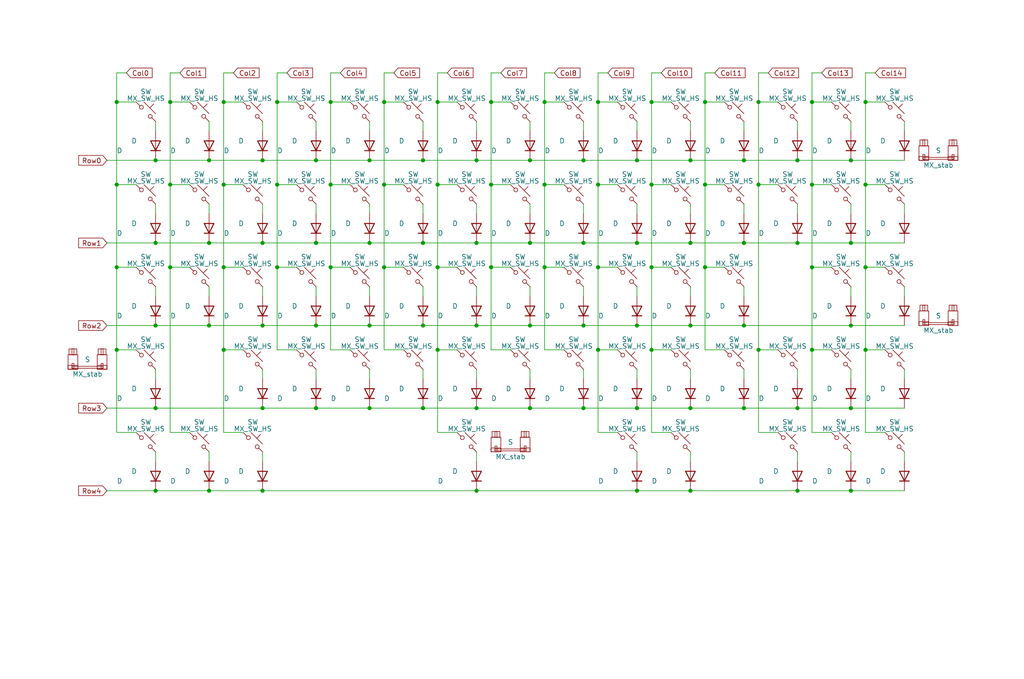
<source format=kicad_sch>
(kicad_sch (version 20220404) (generator eeschema)
  (paper "User" 267.487 177.495)
  (title_block (title "Nyx (Switches)") (date "2023-06-05") (rev "1") (comment 1 "Copyright © 2023 HorrorTroll") (comment 2 "GPL2 License"))
  (junction (at 44.45 26.67))
  (junction (at 110.49 63.5))
  (junction (at 156.21 91.44))
  (junction (at 142.24 26.67))
  (junction (at 44.45 69.85))
  (junction (at 114.3 91.44))
  (junction (at 138.43 63.5))
  (junction (at 184.15 26.67))
  (junction (at 170.18 48.26))
  (junction (at 124.46 85.09))
  (junction (at 166.37 63.5))
  (junction (at 30.48 26.67))
  (junction (at 138.43 41.91))
  (junction (at 180.34 85.09))
  (junction (at 68.58 128.27))
  (junction (at 198.12 48.26))
  (junction (at 156.21 48.26))
  (junction (at 212.09 91.44))
  (junction (at 100.33 69.85))
  (junction (at 226.06 69.85))
  (junction (at 142.24 69.85))
  (junction (at 68.58 41.91))
  (junction (at 96.52 41.91))
  (junction (at 100.33 48.26))
  (junction (at 40.64 63.5))
  (junction (at 142.24 48.26))
  (junction (at 58.42 26.67))
  (junction (at 194.31 106.68))
  (junction (at 68.58 106.68))
  (junction (at 128.27 48.26))
  (junction (at 58.42 91.44))
  (junction (at 152.4 106.68))
  (junction (at 82.55 41.91))
  (junction (at 44.45 48.26))
  (junction (at 124.46 106.68))
  (junction (at 58.42 48.26))
  (junction (at 82.55 85.09))
  (junction (at 40.64 106.68))
  (junction (at 226.06 91.44))
  (junction (at 180.34 128.27))
  (junction (at 138.43 85.09))
  (junction (at 166.37 85.09))
  (junction (at 54.61 85.09))
  (junction (at 222.25 63.5))
  (junction (at 100.33 26.67))
  (junction (at 124.46 41.91))
  (junction (at 110.49 85.09))
  (junction (at 96.52 85.09))
  (junction (at 114.3 26.67))
  (junction (at 72.39 48.26))
  (junction (at 194.31 63.5))
  (junction (at 208.28 106.68))
  (junction (at 170.18 69.85))
  (junction (at 114.3 69.85))
  (junction (at 156.21 26.67))
  (junction (at 54.61 63.5))
  (junction (at 86.36 26.67))
  (junction (at 194.31 85.09))
  (junction (at 170.18 91.44))
  (junction (at 54.61 128.27))
  (junction (at 166.37 106.68))
  (junction (at 226.06 26.67))
  (junction (at 128.27 69.85))
  (junction (at 152.4 85.09))
  (junction (at 82.55 106.68))
  (junction (at 194.31 41.91))
  (junction (at 30.48 69.85))
  (junction (at 54.61 41.91))
  (junction (at 198.12 91.44))
  (junction (at 208.28 63.5))
  (junction (at 170.18 26.67))
  (junction (at 152.4 41.91))
  (junction (at 226.06 48.26))
  (junction (at 180.34 106.68))
  (junction (at 30.48 91.44))
  (junction (at 222.25 128.27))
  (junction (at 156.21 69.85))
  (junction (at 40.64 128.27))
  (junction (at 124.46 63.5))
  (junction (at 208.28 41.91))
  (junction (at 222.25 106.68))
  (junction (at 86.36 69.85))
  (junction (at 180.34 63.5))
  (junction (at 166.37 41.91))
  (junction (at 124.46 128.27))
  (junction (at 82.55 63.5))
  (junction (at 184.15 69.85))
  (junction (at 222.25 41.91))
  (junction (at 30.48 48.26))
  (junction (at 212.09 48.26))
  (junction (at 208.28 128.27))
  (junction (at 184.15 48.26))
  (junction (at 68.58 85.09))
  (junction (at 96.52 63.5))
  (junction (at 96.52 106.68))
  (junction (at 58.42 69.85))
  (junction (at 180.34 41.91))
  (junction (at 114.3 48.26))
  (junction (at 40.64 85.09))
  (junction (at 72.39 69.85))
  (junction (at 198.12 26.67))
  (junction (at 110.49 41.91))
  (junction (at 166.37 128.27))
  (junction (at 212.09 26.67))
  (junction (at 212.09 69.85))
  (junction (at 110.49 106.68))
  (junction (at 86.36 48.26))
  (junction (at 152.4 63.5))
  (junction (at 222.25 85.09))
  (junction (at 72.39 26.67))
  (junction (at 138.43 106.68))
  (junction (at 68.58 63.5))
  (junction (at 128.27 26.67))
  (junction (at 40.64 41.91))
  (wire (pts (xy 194.31 63.5) (xy 208.28 63.5)))
  (wire (pts (xy 110.49 74.93) (xy 110.49 77.47)))
  (wire (pts (xy 222.25 118.11) (xy 222.25 120.65)))
  (wire (pts (xy 236.22 53.34) (xy 236.22 55.88)))
  (wire (pts (xy 124.46 118.11) (xy 124.46 120.65)))
  (wire (pts (xy 212.09 113.03) (xy 217.17 113.03)))
  (wire (pts (xy 170.18 48.26) (xy 175.26 48.26)))
  (wire (pts (xy 86.36 69.85) (xy 86.36 91.44)))
  (wire (pts (xy 82.55 106.68) (xy 96.52 106.68)))
  (wire (pts (xy 166.37 31.75) (xy 166.37 34.29)))
  (wire (pts (xy 72.39 26.67) (xy 72.39 48.26)))
  (wire (pts (xy 142.24 26.67) (xy 147.32 26.67)))
  (wire (pts (xy 114.3 91.44) (xy 114.3 113.03)))
  (wire (pts (xy 184.15 69.85) (xy 184.15 48.26)))
  (wire (pts (xy 226.06 91.44) (xy 226.06 113.03)))
  (wire (pts (xy 128.27 69.85) (xy 133.35 69.85)))
  (wire (pts (xy 72.39 19.05) (xy 72.39 26.67)))
  (wire (pts (xy 86.36 91.44) (xy 91.44 91.44)))
  (wire (pts (xy 128.27 26.67) (xy 128.27 48.26)))
  (wire (pts (xy 128.27 91.44) (xy 133.35 91.44)))
  (wire (pts (xy 30.48 48.26) (xy 35.56 48.26)))
  (wire (pts (xy 114.3 19.05) (xy 116.84 19.05)))
  (wire (pts (xy 194.31 96.52) (xy 194.31 99.06)))
  (wire (pts (xy 54.61 41.91) (xy 68.58 41.91)))
  (wire (pts (xy 184.15 19.05) (xy 186.69 19.05)))
  (wire (pts (xy 128.27 69.85) (xy 128.27 48.26)))
  (wire (pts (xy 100.33 26.67) (xy 100.33 48.26)))
  (wire (pts (xy 54.61 63.5) (xy 68.58 63.5)))
  (wire (pts (xy 212.09 19.05) (xy 214.63 19.05)))
  (wire (pts (xy 156.21 48.26) (xy 161.29 48.26)))
  (wire (pts (xy 30.48 91.44) (xy 30.48 113.03)))
  (wire (pts (xy 198.12 26.67) (xy 203.2 26.67)))
  (wire (pts (xy 170.18 91.44) (xy 170.18 113.03)))
  (wire (pts (xy 236.22 74.93) (xy 236.22 77.47)))
  (wire (pts (xy 96.52 31.75) (xy 96.52 34.29)))
  (wire (pts (xy 82.55 63.5) (xy 96.52 63.5)))
  (wire (pts (xy 180.34 41.91) (xy 194.31 41.91)))
  (wire (pts (xy 110.49 96.52) (xy 110.49 99.06)))
  (wire (pts (xy 100.33 19.05) (xy 100.33 26.67)))
  (wire (pts (xy 208.28 63.5) (xy 222.25 63.5)))
  (wire (pts (xy 86.36 26.67) (xy 91.44 26.67)))
  (wire (pts (xy 138.43 31.75) (xy 138.43 34.29)))
  (wire (pts (xy 198.12 26.67) (xy 198.12 19.05)))
  (wire (pts (xy 58.42 26.67) (xy 63.5 26.67)))
  (wire (pts (xy 114.3 48.26) (xy 119.38 48.26)))
  (wire (pts (xy 86.36 69.85) (xy 91.44 69.85)))
  (wire (pts (xy 44.45 26.67) (xy 49.53 26.67)))
  (wire (pts (xy 180.34 63.5) (xy 194.31 63.5)))
  (wire (pts (xy 72.39 48.26) (xy 77.47 48.26)))
  (wire (pts (xy 119.38 91.44) (xy 114.3 91.44)))
  (wire (pts (xy 226.06 91.44) (xy 231.14 91.44)))
  (wire (pts (xy 226.06 26.67) (xy 226.06 19.05)))
  (wire (pts (xy 222.25 96.52) (xy 222.25 99.06)))
  (wire (pts (xy 58.42 113.03) (xy 63.5 113.03)))
  (wire (pts (xy 194.31 53.34) (xy 194.31 55.88)))
  (wire (pts (xy 114.3 26.67) (xy 114.3 19.05)))
  (wire (pts (xy 194.31 85.09) (xy 222.25 85.09)))
  (wire (pts (xy 96.52 63.5) (xy 110.49 63.5)))
  (wire (pts (xy 170.18 69.85) (xy 170.18 91.44)))
  (wire (pts (xy 72.39 26.67) (xy 77.47 26.67)))
  (wire (pts (xy 166.37 63.5) (xy 180.34 63.5)))
  (wire (pts (xy 58.42 69.85) (xy 58.42 91.44)))
  (wire (pts (xy 72.39 69.85) (xy 72.39 91.44)))
  (wire (pts (xy 110.49 53.34) (xy 110.49 55.88)))
  (wire (pts (xy 212.09 69.85) (xy 212.09 48.26)))
  (wire (pts (xy 222.25 41.91) (xy 236.22 41.91)))
  (wire (pts (xy 156.21 26.67) (xy 156.21 48.26)))
  (wire (pts (xy 198.12 26.67) (xy 198.12 48.26)))
  (wire (pts (xy 96.52 53.34) (xy 96.52 55.88)))
  (wire (pts (xy 119.38 69.85) (xy 114.3 69.85)))
  (wire (pts (xy 68.58 74.93) (xy 68.58 77.47)))
  (wire (pts (xy 138.43 53.34) (xy 138.43 55.88)))
  (wire (pts (xy 58.42 69.85) (xy 63.5 69.85)))
  (wire (pts (xy 114.3 91.44) (xy 114.3 69.85)))
  (wire (pts (xy 170.18 26.67) (xy 175.26 26.67)))
  (wire (pts (xy 156.21 91.44) (xy 161.29 91.44)))
  (wire (pts (xy 110.49 106.68) (xy 124.46 106.68)))
  (wire (pts (xy 170.18 26.67) (xy 170.18 19.05)))
  (wire (pts (xy 184.15 91.44) (xy 189.23 91.44)))
  (wire (pts (xy 100.33 91.44) (xy 105.41 91.44)))
  (wire (pts (xy 184.15 69.85) (xy 184.15 91.44)))
  (wire (pts (xy 96.52 96.52) (xy 96.52 99.06)))
  (wire (pts (xy 96.52 106.68) (xy 110.49 106.68)))
  (wire (pts (xy 124.46 31.75) (xy 124.46 34.29)))
  (wire (pts (xy 156.21 69.85) (xy 161.29 69.85)))
  (wire (pts (xy 156.21 26.67) (xy 156.21 19.05)))
  (wire (pts (xy 156.21 69.85) (xy 156.21 91.44)))
  (wire (pts (xy 142.24 19.05) (xy 144.78 19.05)))
  (wire (pts (xy 30.48 113.03) (xy 35.56 113.03)))
  (wire (pts (xy 138.43 63.5) (xy 152.4 63.5)))
  (wire (pts (xy 86.36 26.67) (xy 86.36 48.26)))
  (wire (pts (xy 82.55 41.91) (xy 96.52 41.91)))
  (wire (pts (xy 222.25 74.93) (xy 222.25 77.47)))
  (wire (pts (xy 110.49 31.75) (xy 110.49 34.29)))
  (wire (pts (xy 100.33 48.26) (xy 100.33 69.85)))
  (wire (pts (xy 124.46 85.09) (xy 138.43 85.09)))
  (wire (pts (xy 68.58 63.5) (xy 82.55 63.5)))
  (wire (pts (xy 44.45 48.26) (xy 44.45 69.85)))
  (wire (pts (xy 236.22 118.11) (xy 236.22 120.65)))
  (wire (pts (xy 86.36 48.26) (xy 86.36 69.85)))
  (wire (pts (xy 40.64 96.52) (xy 40.64 99.06)))
  (wire (pts (xy 152.4 53.34) (xy 152.4 55.88)))
  (wire (pts (xy 124.46 41.91) (xy 138.43 41.91)))
  (wire (pts (xy 82.55 85.09) (xy 96.52 85.09)))
  (wire (pts (xy 180.34 106.68) (xy 194.31 106.68)))
  (wire (pts (xy 44.45 69.85) (xy 49.53 69.85)))
  (wire (pts (xy 180.34 128.27) (xy 208.28 128.27)))
  (wire (pts (xy 170.18 69.85) (xy 175.26 69.85)))
  (wire (pts (xy 72.39 48.26) (xy 72.39 69.85)))
  (wire (pts (xy 142.24 26.67) (xy 142.24 48.26)))
  (wire (pts (xy 222.25 63.5) (xy 236.22 63.5)))
  (wire (pts (xy 180.34 85.09) (xy 194.31 85.09)))
  (wire (pts (xy 152.4 106.68) (xy 166.37 106.68)))
  (wire (pts (xy 68.58 53.34) (xy 68.58 55.88)))
  (wire (pts (xy 212.09 69.85) (xy 217.17 69.85)))
  (wire (pts (xy 30.48 26.67) (xy 35.56 26.67)))
  (wire (pts (xy 212.09 26.67) (xy 212.09 48.26)))
  (wire (pts (xy 74.93 19.05) (xy 72.39 19.05)))
  (wire (pts (xy 156.21 91.44) (xy 156.21 113.03)))
  (wire (pts (xy 212.09 69.85) (xy 212.09 91.44)))
  (wire (pts (xy 166.37 85.09) (xy 180.34 85.09)))
  (wire (pts (xy 142.24 69.85) (xy 142.24 48.26)))
  (wire (pts (xy 226.06 48.26) (xy 231.14 48.26)))
  (wire (pts (xy 114.3 26.67) (xy 119.38 26.67)))
  (wire (pts (xy 124.46 128.27) (xy 166.37 128.27)))
  (wire (pts (xy 156.21 69.85) (xy 156.21 48.26)))
  (wire (pts (xy 170.18 91.44) (xy 175.26 91.44)))
  (wire (pts (xy 124.46 96.52) (xy 124.46 99.06)))
  (wire (pts (xy 40.64 120.65) (xy 40.64 118.11)))
  (wire (pts (xy 198.12 113.03) (xy 198.12 91.44)))
  (wire (pts (xy 170.18 69.85) (xy 170.18 48.26)))
  (wire (pts (xy 236.22 96.52) (xy 236.22 99.06)))
  (wire (pts (xy 222.25 85.09) (xy 236.22 85.09)))
  (wire (pts (xy 166.37 53.34) (xy 166.37 55.88)))
  (wire (pts (xy 44.45 26.67) (xy 44.45 48.26)))
  (wire (pts (xy 68.58 96.52) (xy 68.58 99.06)))
  (wire (pts (xy 27.94 128.27) (xy 40.64 128.27)))
  (wire (pts (xy 44.45 19.05) (xy 44.45 26.67)))
  (wire (pts (xy 30.48 26.67) (xy 30.48 48.26)))
  (wire (pts (xy 88.9 19.05) (xy 86.36 19.05)))
  (wire (pts (xy 44.45 113.03) (xy 49.53 113.03)))
  (wire (pts (xy 152.4 85.09) (xy 166.37 85.09)))
  (wire (pts (xy 166.37 118.11) (xy 166.37 120.65)))
  (wire (pts (xy 72.39 69.85) (xy 77.47 69.85)))
  (wire (pts (xy 27.94 41.91) (xy 40.64 41.91)))
  (wire (pts (xy 124.46 74.93) (xy 124.46 77.47)))
  (wire (pts (xy 54.61 128.27) (xy 68.58 128.27)))
  (wire (pts (xy 180.34 74.93) (xy 180.34 77.47)))
  (wire (pts (xy 68.58 106.68) (xy 82.55 106.68)))
  (wire (pts (xy 114.3 26.67) (xy 114.3 48.26)))
  (wire (pts (xy 124.46 53.34) (xy 124.46 55.88)))
  (wire (pts (xy 30.48 69.85) (xy 35.56 69.85)))
  (wire (pts (xy 124.46 63.5) (xy 138.43 63.5)))
  (wire (pts (xy 212.09 26.67) (xy 217.17 26.67)))
  (wire (pts (xy 226.06 113.03) (xy 231.14 113.03)))
  (wire (pts (xy 128.27 19.05) (xy 130.81 19.05)))
  (wire (pts (xy 156.21 26.67) (xy 161.29 26.67)))
  (wire (pts (xy 203.2 91.44) (xy 198.12 91.44)))
  (wire (pts (xy 40.64 31.75) (xy 40.64 34.29)))
  (wire (pts (xy 180.34 96.52) (xy 180.34 99.06)))
  (wire (pts (xy 54.61 118.11) (xy 54.61 120.65)))
  (wire (pts (xy 58.42 91.44) (xy 63.5 91.44)))
  (wire (pts (xy 54.61 53.34) (xy 54.61 55.88)))
  (wire (pts (xy 226.06 69.85) (xy 226.06 48.26)))
  (wire (pts (xy 40.64 85.09) (xy 54.61 85.09)))
  (wire (pts (xy 60.96 19.05) (xy 58.42 19.05)))
  (wire (pts (xy 40.64 41.91) (xy 54.61 41.91)))
  (wire (pts (xy 30.48 19.05) (xy 30.48 26.67)))
  (wire (pts (xy 58.42 48.26) (xy 58.42 69.85)))
  (wire (pts (xy 54.61 74.93) (xy 54.61 77.47)))
  (wire (pts (xy 184.15 69.85) (xy 189.23 69.85)))
  (wire (pts (xy 110.49 85.09) (xy 124.46 85.09)))
  (wire (pts (xy 72.39 91.44) (xy 77.47 91.44)))
  (wire (pts (xy 156.21 113.03) (xy 161.29 113.03)))
  (wire (pts (xy 27.94 106.68) (xy 40.64 106.68)))
  (wire (pts (xy 208.28 118.11) (xy 208.28 120.65)))
  (wire (pts (xy 58.42 91.44) (xy 58.42 113.03)))
  (wire (pts (xy 58.42 26.67) (xy 58.42 48.26)))
  (wire (pts (xy 194.31 31.75) (xy 194.31 34.29)))
  (wire (pts (xy 58.42 19.05) (xy 58.42 26.67)))
  (wire (pts (xy 54.61 31.75) (xy 54.61 34.29)))
  (wire (pts (xy 33.02 19.05) (xy 30.48 19.05)))
  (wire (pts (xy 110.49 63.5) (xy 124.46 63.5)))
  (wire (pts (xy 138.43 106.68) (xy 152.4 106.68)))
  (wire (pts (xy 222.25 128.27) (xy 236.22 128.27)))
  (wire (pts (xy 142.24 26.67) (xy 142.24 19.05)))
  (wire (pts (xy 208.28 41.91) (xy 222.25 41.91)))
  (wire (pts (xy 180.34 31.75) (xy 180.34 34.29)))
  (wire (pts (xy 128.27 26.67) (xy 128.27 19.05)))
  (wire (pts (xy 40.64 53.34) (xy 40.64 55.88)))
  (wire (pts (xy 166.37 106.68) (xy 180.34 106.68)))
  (wire (pts (xy 54.61 85.09) (xy 68.58 85.09)))
  (wire (pts (xy 184.15 26.67) (xy 184.15 48.26)))
  (wire (pts (xy 82.55 74.93) (xy 82.55 77.47)))
  (wire (pts (xy 156.21 19.05) (xy 158.75 19.05)))
  (wire (pts (xy 194.31 74.93) (xy 194.31 77.47)))
  (wire (pts (xy 152.4 31.75) (xy 152.4 34.29)))
  (wire (pts (xy 198.12 48.26) (xy 203.2 48.26)))
  (wire (pts (xy 142.24 69.85) (xy 147.32 69.85)))
  (wire (pts (xy 170.18 19.05) (xy 172.72 19.05)))
  (wire (pts (xy 68.58 31.75) (xy 68.58 34.29)))
  (wire (pts (xy 68.58 118.11) (xy 68.58 120.65)))
  (wire (pts (xy 110.49 41.91) (xy 124.46 41.91)))
  (wire (pts (xy 170.18 26.67) (xy 170.18 48.26)))
  (wire (pts (xy 142.24 91.44) (xy 147.32 91.44)))
  (wire (pts (xy 68.58 41.91) (xy 82.55 41.91)))
  (wire (pts (xy 184.15 48.26) (xy 189.23 48.26)))
  (wire (pts (xy 166.37 41.91) (xy 180.34 41.91)))
  (wire (pts (xy 27.94 85.09) (xy 40.64 85.09)))
  (wire (pts (xy 152.4 96.52) (xy 152.4 99.06)))
  (wire (pts (xy 152.4 41.91) (xy 166.37 41.91)))
  (wire (pts (xy 100.33 48.26) (xy 105.41 48.26)))
  (wire (pts (xy 226.06 69.85) (xy 226.06 91.44)))
  (wire (pts (xy 46.99 19.05) (xy 44.45 19.05)))
  (wire (pts (xy 128.27 48.26) (xy 133.35 48.26)))
  (wire (pts (xy 128.27 69.85) (xy 128.27 91.44)))
  (wire (pts (xy 96.52 41.91) (xy 110.49 41.91)))
  (wire (pts (xy 138.43 41.91) (xy 152.4 41.91)))
  (wire (pts (xy 40.64 106.68) (xy 68.58 106.68)))
  (wire (pts (xy 100.33 69.85) (xy 100.33 91.44)))
  (wire (pts (xy 152.4 63.5) (xy 166.37 63.5)))
  (wire (pts (xy 82.55 53.34) (xy 82.55 55.88)))
  (wire (pts (xy 203.2 113.03) (xy 198.12 113.03)))
  (wire (pts (xy 128.27 26.67) (xy 133.35 26.67)))
  (wire (pts (xy 212.09 26.67) (xy 212.09 19.05)))
  (wire (pts (xy 226.06 69.85) (xy 231.14 69.85)))
  (wire (pts (xy 170.18 113.03) (xy 175.26 113.03)))
  (wire (pts (xy 194.31 106.68) (xy 208.28 106.68)))
  (wire (pts (xy 114.3 69.85) (xy 114.3 48.26)))
  (wire (pts (xy 44.45 48.26) (xy 49.53 48.26)))
  (wire (pts (xy 184.15 26.67) (xy 189.23 26.67)))
  (wire (pts (xy 166.37 96.52) (xy 166.37 99.06)))
  (wire (pts (xy 208.28 96.52) (xy 208.28 99.06)))
  (wire (pts (xy 166.37 128.27) (xy 180.34 128.27)))
  (wire (pts (xy 198.12 91.44) (xy 198.12 48.26)))
  (wire (pts (xy 180.34 53.34) (xy 180.34 55.88)))
  (wire (pts (xy 222.25 31.75) (xy 222.25 34.29)))
  (wire (pts (xy 138.43 85.09) (xy 152.4 85.09)))
  (wire (pts (xy 212.09 48.26) (xy 217.17 48.26)))
  (wire (pts (xy 30.48 48.26) (xy 30.48 69.85)))
  (wire (pts (xy 27.94 63.5) (xy 40.64 63.5)))
  (wire (pts (xy 30.48 69.85) (xy 30.48 91.44)))
  (wire (pts (xy 226.06 19.05) (xy 228.6 19.05)))
  (wire (pts (xy 138.43 74.93) (xy 138.43 77.47)))
  (wire (pts (xy 226.06 26.67) (xy 226.06 48.26)))
  (wire (pts (xy 212.09 91.44) (xy 217.17 91.44)))
  (wire (pts (xy 100.33 69.85) (xy 105.41 69.85)))
  (wire (pts (xy 138.43 96.52) (xy 138.43 99.06)))
  (wire (pts (xy 184.15 26.67) (xy 184.15 19.05)))
  (wire (pts (xy 68.58 128.27) (xy 124.46 128.27)))
  (wire (pts (xy 96.52 85.09) (xy 110.49 85.09)))
  (wire (pts (xy 40.64 128.27) (xy 54.61 128.27)))
  (wire (pts (xy 166.37 74.93) (xy 166.37 77.47)))
  (wire (pts (xy 208.28 53.34) (xy 208.28 55.88)))
  (wire (pts (xy 142.24 69.85) (xy 142.24 91.44)))
  (wire (pts (xy 226.06 26.67) (xy 231.14 26.67)))
  (wire (pts (xy 58.42 48.26) (xy 63.5 48.26)))
  (wire (pts (xy 40.64 74.93) (xy 40.64 77.47)))
  (wire (pts (xy 68.58 85.09) (xy 82.55 85.09)))
  (wire (pts (xy 114.3 113.03) (xy 119.38 113.03)))
  (wire (pts (xy 102.87 19.05) (xy 100.33 19.05)))
  (wire (pts (xy 222.25 106.68) (xy 236.22 106.68)))
  (wire (pts (xy 100.33 26.67) (xy 105.41 26.67)))
  (wire (pts (xy 198.12 19.05) (xy 200.66 19.05)))
  (wire (pts (xy 86.36 48.26) (xy 91.44 48.26)))
  (wire (pts (xy 124.46 106.68) (xy 138.43 106.68)))
  (wire (pts (xy 44.45 69.85) (xy 44.45 113.03)))
  (wire (pts (xy 82.55 31.75) (xy 82.55 34.29)))
  (wire (pts (xy 222.25 53.34) (xy 222.25 55.88)))
  (wire (pts (xy 152.4 74.93) (xy 152.4 77.47)))
  (wire (pts (xy 30.48 91.44) (xy 35.56 91.44)))
  (wire (pts (xy 82.55 96.52) (xy 82.55 99.06)))
  (wire (pts (xy 208.28 31.75) (xy 208.28 34.29)))
  (wire (pts (xy 208.28 106.68) (xy 222.25 106.68)))
  (wire (pts (xy 86.36 19.05) (xy 86.36 26.67)))
  (wire (pts (xy 208.28 128.27) (xy 222.25 128.27)))
  (wire (pts (xy 96.52 74.93) (xy 96.52 77.47)))
  (wire (pts (xy 212.09 91.44) (xy 212.09 113.03)))
  (wire (pts (xy 194.31 41.91) (xy 208.28 41.91)))
  (wire (pts (xy 180.34 118.11) (xy 180.34 120.65)))
  (wire (pts (xy 40.64 63.5) (xy 54.61 63.5)))
  (wire (pts (xy 142.24 48.26) (xy 147.32 48.26)))
  (wire (pts (xy 236.22 31.75) (xy 236.22 34.29)))
  (global_label "Row2" (shape input) (at 27.94 85.09 180) (property "Intersheetrefs" "${INTERSHEET_REFS}" (effects hide)))
  (global_label "Row0" (shape input) (at 27.94 41.91 180) (property "Intersheetrefs" "${INTERSHEET_REFS}" (effects hide)))
  (global_label "Row4" (shape input) (at 27.94 128.27 180) (property "Intersheetrefs" "${INTERSHEET_REFS}" (effects hide)))
  (global_label "Col11" (shape input) (at 186.69 19.05 0) (property "Intersheetrefs" "${INTERSHEET_REFS}" (effects hide)))
  (global_label "Col2" (shape input) (at 60.96 19.05 0) (property "Intersheetrefs" "${INTERSHEET_REFS}" (effects hide)))
  (global_label "Col4" (shape input) (at 88.9 19.05 0) (property "Intersheetrefs" "${INTERSHEET_REFS}" (effects hide)))
  (global_label "Col7" (shape input) (at 130.81 19.05 0) (property "Intersheetrefs" "${INTERSHEET_REFS}" (effects hide)))
  (global_label "Col0" (shape input) (at 33.02 19.05 0) (property "Intersheetrefs" "${INTERSHEET_REFS}" (effects hide)))
  (global_label "Col13" (shape input) (at 214.63 19.05 0) (property "Intersheetrefs" "${INTERSHEET_REFS}" (effects hide)))
  (global_label "Col1" (shape input) (at 46.99 19.05 0) (property "Intersheetrefs" "${INTERSHEET_REFS}" (effects hide)))
  (global_label "Col5" (shape input) (at 102.87 19.05 0) (property "Intersheetrefs" "${INTERSHEET_REFS}" (effects hide)))
  (global_label "Col10" (shape input) (at 172.72 19.05 0) (property "Intersheetrefs" "${INTERSHEET_REFS}" (effects hide)))
  (global_label "Col9" (shape input) (at 158.75 19.05 0) (property "Intersheetrefs" "${INTERSHEET_REFS}" (effects hide)))
  (global_label "Col3" (shape input) (at 74.93 19.05 0) (property "Intersheetrefs" "${INTERSHEET_REFS}" (effects hide)))
  (global_label "Col6" (shape input) (at 116.84 19.05 0) (property "Intersheetrefs" "${INTERSHEET_REFS}" (effects hide)))
  (global_label "Col14" (shape input) (at 228.6 19.05 0) (property "Intersheetrefs" "${INTERSHEET_REFS}" (effects hide)))
  (global_label "Col12" (shape input) (at 200.66 19.05 0) (property "Intersheetrefs" "${INTERSHEET_REFS}" (effects hide)))
  (global_label "Row3" (shape input) (at 27.94 106.68 180) (property "Intersheetrefs" "${INTERSHEET_REFS}" (effects hide)))
  (global_label "Col8" (shape input) (at 144.78 19.05 0) (property "Intersheetrefs" "${INTERSHEET_REFS}" (effects hide)))
  (global_label "Row1" (shape input) (at 27.94 63.5 180) (property "Intersheetrefs" "${INTERSHEET_REFS}" (effects hide)))
  (symbol (lib_id "horrortroll_lib:SW_MX_CHOC") (at 219.71 115.57 0) (unit 1)
    (default_instance (reference "SW") (unit 1) (value "MX_SW_HS") (footprint "marbastlib-mx:SW_MX_HS_1u"))
    (property "Reference" "SW" (at 219.71 110.3249 0))
    (property "Value" "MX_SW_HS" (at 219.71 112.0871 0))
    (property "Footprint" "marbastlib-mx:SW_MX_HS_1u" (effects hide))
  )
  (symbol (lib_id "Device:D") (at 152.4 38.1 90) (unit 1)
    (default_instance (reference "D") (unit 1) (value "D") (footprint ""))
    (property "Reference" "D" (at 146.05 36.83 90) (effects (justify right)))
    (property "Value" "D" (at 142.24 39.37 90) (effects (justify right)))
    (property "LCSC Part Number" "C81598" (effects hide))
  )
  (symbol (lib_id "horrortroll_lib:SW_MX_CHOC") (at 205.74 50.8 0) (unit 1)
    (default_instance (reference "SW") (unit 1) (value "MX_SW_HS") (footprint "marbastlib-mx:SW_MX_HS_1u"))
    (property "Reference" "SW" (at 205.74 45.5549 0))
    (property "Value" "MX_SW_HS" (at 205.74 47.3171 0))
    (property "Footprint" "marbastlib-mx:SW_MX_HS_1u" (effects hide))
  )
  (symbol (lib_id "horrortroll_lib:SW_MX_CHOC") (at 205.74 93.98 0) (unit 1)
    (default_instance (reference "SW") (unit 1) (value "MX_SW_HS") (footprint "marbastlib-mx:SW_MX_HS_1u"))
    (property "Reference" "SW" (at 205.74 88.7349 0))
    (property "Value" "MX_SW_HS" (at 205.74 90.4971 0))
    (property "Footprint" "marbastlib-mx:SW_MX_HS_1u" (effects hide))
  )
  (symbol (lib_id "horrortroll_lib:MX_stab") (at 245.11 82.55 0) (unit 1)
    (default_instance (reference "S") (unit 1) (value "MX_stab") (footprint ""))
    (property "Reference" "S" (at 245.11 82.55 0))
    (property "Value" "MX_stab" (at 245.11 86.36 0))
  )
  (symbol (lib_id "Device:D") (at 124.46 38.1 90) (unit 1)
    (default_instance (reference "D") (unit 1) (value "D") (footprint ""))
    (property "Reference" "D" (at 118.11 36.83 90) (effects (justify right)))
    (property "Value" "D" (at 114.3 39.37 90) (effects (justify right)))
    (property "LCSC Part Number" "C81598" (effects hide))
  )
  (symbol (lib_id "horrortroll_lib:SW_MX_CHOC") (at 149.86 72.39 0) (unit 1)
    (default_instance (reference "SW") (unit 1) (value "MX_SW_HS") (footprint "marbastlib-mx:SW_MX_HS_1u"))
    (property "Reference" "SW" (at 149.86 67.1449 0))
    (property "Value" "MX_SW_HS" (at 149.86 68.9071 0))
    (property "Footprint" "marbastlib-mx:SW_MX_HS_1u" (effects hide))
  )
  (symbol (lib_id "Device:D") (at 194.31 59.69 90) (unit 1)
    (default_instance (reference "D") (unit 1) (value "D") (footprint ""))
    (property "Reference" "D" (at 187.96 58.42 90) (effects (justify right)))
    (property "Value" "D" (at 184.15 60.96 90) (effects (justify right)))
    (property "LCSC Part Number" "C81598" (effects hide))
  )
  (symbol (lib_id "horrortroll_lib:SW_MX_CHOC") (at 38.1 72.39 0) (unit 1)
    (default_instance (reference "SW") (unit 1) (value "MX_SW_HS") (footprint "marbastlib-mx:SW_MX_HS_1u"))
    (property "Reference" "SW" (at 38.1 67.1449 0))
    (property "Value" "MX_SW_HS" (at 38.1 68.9071 0))
    (property "Footprint" "marbastlib-mx:SW_MX_HS_1u" (effects hide))
  )
  (symbol (lib_id "horrortroll_lib:SW_MX_CHOC") (at 38.1 29.21 0) (unit 1)
    (default_instance (reference "SW") (unit 1) (value "MX_SW_HS") (footprint "marbastlib-mx:SW_MX_HS_1u"))
    (property "Reference" "SW" (at 38.1 23.9649 0))
    (property "Value" "MX_SW_HS" (at 38.1 25.7271 0))
    (property "Footprint" "marbastlib-mx:SW_MX_HS_1u" (effects hide))
  )
  (symbol (lib_id "horrortroll_lib:SW_MX_CHOC") (at 177.8 115.57 0) (unit 1)
    (default_instance (reference "SW") (unit 1) (value "MX_SW_HS") (footprint "marbastlib-mx:SW_MX_HS_1u"))
    (property "Reference" "SW" (at 177.8 110.3249 0))
    (property "Value" "MX_SW_HS" (at 177.8 112.0871 0))
    (property "Footprint" "marbastlib-mx:SW_MX_HS_1u" (effects hide))
  )
  (symbol (lib_id "Device:D") (at 194.31 102.87 90) (unit 1)
    (default_instance (reference "D") (unit 1) (value "D") (footprint ""))
    (property "Reference" "D" (at 187.96 101.6 90) (effects (justify right)))
    (property "Value" "D" (at 184.15 104.14 90) (effects (justify right)))
    (property "LCSC Part Number" "C81598" (effects hide))
  )
  (symbol (lib_id "Device:D") (at 68.58 38.1 90) (unit 1)
    (default_instance (reference "D") (unit 1) (value "D") (footprint ""))
    (property "Reference" "D" (at 62.23 36.83 90) (effects (justify right)))
    (property "Value" "D" (at 58.42 39.37 90) (effects (justify right)))
    (property "LCSC Part Number" "C81598" (effects hide))
  )
  (symbol (lib_id "Device:D") (at 236.22 102.87 90) (unit 1)
    (default_instance (reference "D") (unit 1) (value "D") (footprint ""))
    (property "Reference" "D" (at 229.87 101.6 90) (effects (justify right)))
    (property "Value" "D" (at 226.06 104.14 90) (effects (justify right)))
    (property "LCSC Part Number" "C81598" (effects hide))
  )
  (symbol (lib_id "horrortroll_lib:SW_MX_CHOC") (at 135.89 29.21 0) (unit 1)
    (default_instance (reference "SW") (unit 1) (value "MX_SW_HS") (footprint "marbastlib-mx:SW_MX_HS_1u"))
    (property "Reference" "SW" (at 135.89 23.9649 0))
    (property "Value" "MX_SW_HS" (at 135.89 25.7271 0))
    (property "Footprint" "marbastlib-mx:SW_MX_HS_1u" (effects hide))
  )
  (symbol (lib_id "horrortroll_lib:SW_MX_CHOC") (at 163.83 72.39 0) (unit 1)
    (default_instance (reference "SW") (unit 1) (value "MX_SW_HS") (footprint "marbastlib-mx:SW_MX_HS_1u"))
    (property "Reference" "SW" (at 163.83 67.1449 0))
    (property "Value" "MX_SW_HS" (at 163.83 68.9071 0))
    (property "Footprint" "marbastlib-mx:SW_MX_HS_1u" (effects hide))
  )
  (symbol (lib_id "horrortroll_lib:SW_MX_CHOC") (at 191.77 93.98 0) (unit 1)
    (default_instance (reference "SW") (unit 1) (value "MX_SW_HS") (footprint "marbastlib-mx:SW_MX_HS_1u"))
    (property "Reference" "SW" (at 191.77 88.7349 0))
    (property "Value" "MX_SW_HS" (at 191.77 90.4971 0))
    (property "Footprint" "marbastlib-mx:SW_MX_HS_1u" (effects hide))
  )
  (symbol (lib_id "horrortroll_lib:SW_MX_CHOC") (at 121.92 50.8 0) (unit 1)
    (default_instance (reference "SW") (unit 1) (value "MX_SW_HS") (footprint "marbastlib-mx:SW_MX_HS_1u"))
    (property "Reference" "SW" (at 121.92 45.5549 0))
    (property "Value" "MX_SW_HS" (at 121.92 47.3171 0))
    (property "Footprint" "marbastlib-mx:SW_MX_HS_1u" (effects hide))
  )
  (symbol (lib_id "Device:D") (at 40.64 102.87 90) (unit 1)
    (default_instance (reference "D") (unit 1) (value "D") (footprint ""))
    (property "Reference" "D" (at 34.29 101.6 90) (effects (justify right)))
    (property "Value" "D" (at 30.48 104.14 90) (effects (justify right)))
    (property "LCSC Part Number" "C81598" (effects hide))
  )
  (symbol (lib_id "horrortroll_lib:SW_MX_CHOC") (at 163.83 50.8 0) (unit 1)
    (default_instance (reference "SW") (unit 1) (value "MX_SW_HS") (footprint "marbastlib-mx:SW_MX_HS_1u"))
    (property "Reference" "SW" (at 163.83 45.5549 0))
    (property "Value" "MX_SW_HS" (at 163.83 47.3171 0))
    (property "Footprint" "marbastlib-mx:SW_MX_HS_1u" (effects hide))
  )
  (symbol (lib_id "Device:D") (at 138.43 59.69 90) (unit 1)
    (default_instance (reference "D") (unit 1) (value "D") (footprint ""))
    (property "Reference" "D" (at 132.08 58.42 90) (effects (justify right)))
    (property "Value" "D" (at 128.27 60.96 90) (effects (justify right)))
    (property "LCSC Part Number" "C81598" (effects hide))
  )
  (symbol (lib_id "Device:D") (at 54.61 81.28 90) (unit 1)
    (default_instance (reference "D") (unit 1) (value "D") (footprint ""))
    (property "Reference" "D" (at 48.26 80.01 90) (effects (justify right)))
    (property "Value" "D" (at 44.45 82.55 90) (effects (justify right)))
    (property "LCSC Part Number" "C81598" (effects hide))
  )
  (symbol (lib_id "horrortroll_lib:SW_MX_CHOC") (at 233.68 93.98 0) (unit 1)
    (default_instance (reference "SW") (unit 1) (value "MX_SW_HS") (footprint "marbastlib-mx:SW_MX_HS_1u"))
    (property "Reference" "SW" (at 233.68 88.7349 0))
    (property "Value" "MX_SW_HS" (at 233.68 90.4971 0))
    (property "Footprint" "marbastlib-mx:SW_MX_HS_1u" (effects hide))
  )
  (symbol (lib_id "Device:D") (at 124.46 59.69 90) (unit 1)
    (default_instance (reference "D") (unit 1) (value "D") (footprint ""))
    (property "Reference" "D" (at 118.11 58.42 90) (effects (justify right)))
    (property "Value" "D" (at 114.3 60.96 90) (effects (justify right)))
    (property "LCSC Part Number" "C81598" (effects hide))
  )
  (symbol (lib_id "Device:D") (at 222.25 124.46 90) (unit 1)
    (default_instance (reference "D") (unit 1) (value "D") (footprint ""))
    (property "Reference" "D" (at 215.9 123.19 90) (effects (justify right)))
    (property "Value" "D" (at 212.09 125.73 90) (effects (justify right)))
    (property "LCSC Part Number" "C81598" (effects hide))
  )
  (symbol (lib_id "Device:D") (at 68.58 59.69 90) (unit 1)
    (default_instance (reference "D") (unit 1) (value "D") (footprint ""))
    (property "Reference" "D" (at 62.23 58.42 90) (effects (justify right)))
    (property "Value" "D" (at 58.42 60.96 90) (effects (justify right)))
    (property "LCSC Part Number" "C81598" (effects hide))
  )
  (symbol (lib_id "Device:D") (at 236.22 59.69 90) (unit 1)
    (default_instance (reference "D") (unit 1) (value "D") (footprint ""))
    (property "Reference" "D" (at 229.87 58.42 90) (effects (justify right)))
    (property "Value" "D" (at 226.06 60.96 90) (effects (justify right)))
    (property "LCSC Part Number" "C81598" (effects hide))
  )
  (symbol (lib_id "horrortroll_lib:SW_MX_CHOC") (at 233.68 50.8 0) (unit 1)
    (default_instance (reference "SW") (unit 1) (value "MX_SW_HS") (footprint "marbastlib-mx:SW_MX_HS_1u"))
    (property "Reference" "SW" (at 233.68 45.5549 0))
    (property "Value" "MX_SW_HS" (at 233.68 47.3171 0))
    (property "Footprint" "marbastlib-mx:SW_MX_HS_1u" (effects hide))
  )
  (symbol (lib_id "Device:D") (at 236.22 81.28 90) (unit 1)
    (default_instance (reference "D") (unit 1) (value "D") (footprint ""))
    (property "Reference" "D" (at 229.87 80.01 90) (effects (justify right)))
    (property "Value" "D" (at 226.06 82.55 90) (effects (justify right)))
    (property "LCSC Part Number" "C81598" (effects hide))
  )
  (symbol (lib_id "Device:D") (at 138.43 81.28 90) (unit 1)
    (default_instance (reference "D") (unit 1) (value "D") (footprint ""))
    (property "Reference" "D" (at 132.08 80.01 90) (effects (justify right)))
    (property "Value" "D" (at 128.27 82.55 90) (effects (justify right)))
    (property "LCSC Part Number" "C81598" (effects hide))
  )
  (symbol (lib_id "horrortroll_lib:SW_MX_CHOC") (at 121.92 29.21 0) (unit 1)
    (default_instance (reference "SW") (unit 1) (value "MX_SW_HS") (footprint "marbastlib-mx:SW_MX_HS_1u"))
    (property "Reference" "SW" (at 121.92 23.9649 0))
    (property "Value" "MX_SW_HS" (at 121.92 25.7271 0))
    (property "Footprint" "marbastlib-mx:SW_MX_HS_1u" (effects hide))
  )
  (symbol (lib_id "horrortroll_lib:SW_MX_CHOC") (at 177.8 72.39 0) (unit 1)
    (default_instance (reference "SW") (unit 1) (value "MX_SW_HS") (footprint "marbastlib-mx:SW_MX_HS_1u"))
    (property "Reference" "SW" (at 177.8 67.1449 0))
    (property "Value" "MX_SW_HS" (at 177.8 68.9071 0))
    (property "Footprint" "marbastlib-mx:SW_MX_HS_1u" (effects hide))
  )
  (symbol (lib_id "horrortroll_lib:SW_MX_CHOC") (at 52.07 115.57 0) (unit 1)
    (default_instance (reference "SW") (unit 1) (value "MX_SW_HS") (footprint "marbastlib-mx:SW_MX_HS_1u"))
    (property "Reference" "SW" (at 52.07 110.3249 0))
    (property "Value" "MX_SW_HS" (at 52.07 112.0871 0))
    (property "Footprint" "marbastlib-mx:SW_MX_HS_1u" (effects hide))
  )
  (symbol (lib_id "Device:D") (at 40.64 81.28 90) (unit 1)
    (default_instance (reference "D") (unit 1) (value "D") (footprint ""))
    (property "Reference" "D" (at 34.29 80.01 90) (effects (justify right)))
    (property "Value" "D" (at 30.48 82.55 90) (effects (justify right)))
    (property "LCSC Part Number" "C81598" (effects hide))
  )
  (symbol (lib_id "Device:D") (at 180.34 81.28 90) (unit 1)
    (default_instance (reference "D") (unit 1) (value "D") (footprint ""))
    (property "Reference" "D" (at 173.99 80.01 90) (effects (justify right)))
    (property "Value" "D" (at 170.18 82.55 90) (effects (justify right)))
    (property "LCSC Part Number" "C81598" (effects hide))
  )
  (symbol (lib_id "horrortroll_lib:SW_MX_CHOC") (at 107.95 72.39 0) (unit 1)
    (default_instance (reference "SW") (unit 1) (value "MX_SW_HS") (footprint "marbastlib-mx:SW_MX_HS_1u"))
    (property "Reference" "SW" (at 107.95 67.1449 0))
    (property "Value" "MX_SW_HS" (at 107.95 68.9071 0))
    (property "Footprint" "marbastlib-mx:SW_MX_HS_1u" (effects hide))
  )
  (symbol (lib_id "Device:D") (at 110.49 59.69 90) (unit 1)
    (default_instance (reference "D") (unit 1) (value "D") (footprint ""))
    (property "Reference" "D" (at 104.14 58.42 90) (effects (justify right)))
    (property "Value" "D" (at 100.33 60.96 90) (effects (justify right)))
    (property "LCSC Part Number" "C81598" (effects hide))
  )
  (symbol (lib_id "Device:D") (at 194.31 81.28 90) (unit 1)
    (default_instance (reference "D") (unit 1) (value "D") (footprint ""))
    (property "Reference" "D" (at 187.96 80.01 90) (effects (justify right)))
    (property "Value" "D" (at 184.15 82.55 90) (effects (justify right)))
    (property "LCSC Part Number" "C81598" (effects hide))
  )
  (symbol (lib_id "Device:D") (at 222.25 81.28 90) (unit 1)
    (default_instance (reference "D") (unit 1) (value "D") (footprint ""))
    (property "Reference" "D" (at 215.9 80.01 90) (effects (justify right)))
    (property "Value" "D" (at 212.09 82.55 90) (effects (justify right)))
    (property "LCSC Part Number" "C81598" (effects hide))
  )
  (symbol (lib_id "Device:D") (at 180.34 124.46 90) (unit 1)
    (default_instance (reference "D") (unit 1) (value "D") (footprint ""))
    (property "Reference" "D" (at 173.99 123.19 90) (effects (justify right)))
    (property "Value" "D" (at 170.18 125.73 90) (effects (justify right)))
    (property "LCSC Part Number" "C81598" (effects hide))
  )
  (symbol (lib_id "Device:D") (at 222.25 38.1 90) (unit 1)
    (default_instance (reference "D") (unit 1) (value "D") (footprint ""))
    (property "Reference" "D" (at 215.9 36.83 90) (effects (justify right)))
    (property "Value" "D" (at 212.09 39.37 90) (effects (justify right)))
    (property "LCSC Part Number" "C81598" (effects hide))
  )
  (symbol (lib_id "horrortroll_lib:SW_MX_CHOC") (at 233.68 115.57 0) (unit 1)
    (default_instance (reference "SW") (unit 1) (value "MX_SW_HS") (footprint "marbastlib-mx:SW_MX_HS_1u"))
    (property "Reference" "SW" (at 233.68 110.3249 0))
    (property "Value" "MX_SW_HS" (at 233.68 112.0871 0))
    (property "Footprint" "marbastlib-mx:SW_MX_HS_1u" (effects hide))
  )
  (symbol (lib_id "horrortroll_lib:SW_MX_CHOC") (at 93.98 72.39 0) (unit 1)
    (default_instance (reference "SW") (unit 1) (value "MX_SW_HS") (footprint "marbastlib-mx:SW_MX_HS_1u"))
    (property "Reference" "SW" (at 93.98 67.1449 0))
    (property "Value" "MX_SW_HS" (at 93.98 68.9071 0))
    (property "Footprint" "marbastlib-mx:SW_MX_HS_1u" (effects hide))
  )
  (symbol (lib_id "Device:D") (at 208.28 38.1 90) (unit 1)
    (default_instance (reference "D") (unit 1) (value "D") (footprint ""))
    (property "Reference" "D" (at 201.93 36.83 90) (effects (justify right)))
    (property "Value" "D" (at 198.12 39.37 90) (effects (justify right)))
    (property "LCSC Part Number" "C81598" (effects hide))
  )
  (symbol (lib_id "Device:D") (at 208.28 124.46 90) (unit 1)
    (default_instance (reference "D") (unit 1) (value "D") (footprint ""))
    (property "Reference" "D" (at 201.93 123.19 90) (effects (justify right)))
    (property "Value" "D" (at 198.12 125.73 90) (effects (justify right)))
    (property "LCSC Part Number" "C81598" (effects hide))
  )
  (symbol (lib_id "Device:D") (at 152.4 59.69 90) (unit 1)
    (default_instance (reference "D") (unit 1) (value "D") (footprint ""))
    (property "Reference" "D" (at 146.05 58.42 90) (effects (justify right)))
    (property "Value" "D" (at 142.24 60.96 90) (effects (justify right)))
    (property "LCSC Part Number" "C81598" (effects hide))
  )
  (symbol (lib_id "horrortroll_lib:SW_MX_CHOC") (at 80.01 50.8 0) (unit 1)
    (default_instance (reference "SW") (unit 1) (value "MX_SW_HS") (footprint "marbastlib-mx:SW_MX_HS_1u"))
    (property "Reference" "SW" (at 80.01 45.5549 0))
    (property "Value" "MX_SW_HS" (at 80.01 47.3171 0))
    (property "Footprint" "marbastlib-mx:SW_MX_HS_1u" (effects hide))
  )
  (symbol (lib_id "horrortroll_lib:SW_MX_CHOC") (at 219.71 93.98 0) (unit 1)
    (default_instance (reference "SW") (unit 1) (value "MX_SW_HS") (footprint "marbastlib-mx:SW_MX_HS_1u"))
    (property "Reference" "SW" (at 219.71 88.7349 0))
    (property "Value" "MX_SW_HS" (at 219.71 90.4971 0))
    (property "Footprint" "marbastlib-mx:SW_MX_HS_1u" (effects hide))
  )
  (symbol (lib_id "horrortroll_lib:SW_MX_CHOC") (at 66.04 93.98 0) (unit 1)
    (default_instance (reference "SW") (unit 1) (value "MX_SW_HS") (footprint "marbastlib-mx:SW_MX_HS_1u"))
    (property "Reference" "SW" (at 66.04 88.7349 0))
    (property "Value" "MX_SW_HS" (at 66.04 90.4971 0))
    (property "Footprint" "marbastlib-mx:SW_MX_HS_1u" (effects hide))
  )
  (symbol (lib_id "horrortroll_lib:SW_MX_CHOC") (at 205.74 29.21 0) (unit 1)
    (default_instance (reference "SW") (unit 1) (value "MX_SW_HS") (footprint "marbastlib-mx:SW_MX_HS_1u"))
    (property "Reference" "SW" (at 205.74 23.9649 0))
    (property "Value" "MX_SW_HS" (at 205.74 25.7271 0))
    (property "Footprint" "marbastlib-mx:SW_MX_HS_1u" (effects hide))
  )
  (symbol (lib_id "horrortroll_lib:SW_MX_CHOC") (at 66.04 115.57 0) (unit 1)
    (default_instance (reference "SW") (unit 1) (value "MX_SW_HS") (footprint "marbastlib-mx:SW_MX_HS_1u"))
    (property "Reference" "SW" (at 66.04 110.3249 0))
    (property "Value" "MX_SW_HS" (at 66.04 112.0871 0))
    (property "Footprint" "marbastlib-mx:SW_MX_HS_1u" (effects hide))
  )
  (symbol (lib_id "horrortroll_lib:SW_MX_CHOC") (at 219.71 50.8 0) (unit 1)
    (default_instance (reference "SW") (unit 1) (value "MX_SW_HS") (footprint "marbastlib-mx:SW_MX_HS_1u"))
    (property "Reference" "SW" (at 219.71 45.5549 0))
    (property "Value" "MX_SW_HS" (at 219.71 47.3171 0))
    (property "Footprint" "marbastlib-mx:SW_MX_HS_1u" (effects hide))
  )
  (symbol (lib_id "horrortroll_lib:SW_MX_CHOC") (at 66.04 72.39 0) (unit 1)
    (default_instance (reference "SW") (unit 1) (value "MX_SW_HS") (footprint "marbastlib-mx:SW_MX_HS_1u"))
    (property "Reference" "SW" (at 66.04 67.1449 0))
    (property "Value" "MX_SW_HS" (at 66.04 68.9071 0))
    (property "Footprint" "marbastlib-mx:SW_MX_HS_1u" (effects hide))
  )
  (symbol (lib_id "Device:D") (at 82.55 102.87 90) (unit 1)
    (default_instance (reference "D") (unit 1) (value "D") (footprint ""))
    (property "Reference" "D" (at 76.2 101.6 90) (effects (justify right)))
    (property "Value" "D" (at 72.39 104.14 90) (effects (justify right)))
    (property "LCSC Part Number" "C81598" (effects hide))
  )
  (symbol (lib_id "horrortroll_lib:SW_MX_CHOC") (at 233.68 29.21 0) (unit 1)
    (default_instance (reference "SW") (unit 1) (value "MX_SW_HS") (footprint "marbastlib-mx:SW_MX_HS_1u"))
    (property "Reference" "SW" (at 233.68 23.9649 0))
    (property "Value" "MX_SW_HS" (at 233.68 25.7271 0))
    (property "Footprint" "marbastlib-mx:SW_MX_HS_1u" (effects hide))
  )
  (symbol (lib_id "Device:D") (at 68.58 124.46 90) (unit 1)
    (default_instance (reference "D") (unit 1) (value "D") (footprint ""))
    (property "Reference" "D" (at 62.23 123.19 90) (effects (justify right)))
    (property "Value" "D" (at 58.42 125.73 90) (effects (justify right)))
    (property "LCSC Part Number" "C81598" (effects hide))
  )
  (symbol (lib_id "Device:D") (at 166.37 124.46 90) (unit 1)
    (default_instance (reference "D") (unit 1) (value "D") (footprint ""))
    (property "Reference" "D" (at 160.02 123.19 90) (effects (justify right)))
    (property "Value" "D" (at 156.21 125.73 90) (effects (justify right)))
    (property "LCSC Part Number" "C81598" (effects hide))
  )
  (symbol (lib_id "horrortroll_lib:SW_MX_CHOC") (at 121.92 72.39 0) (unit 1)
    (default_instance (reference "SW") (unit 1) (value "MX_SW_HS") (footprint "marbastlib-mx:SW_MX_HS_1u"))
    (property "Reference" "SW" (at 121.92 67.1449 0))
    (property "Value" "MX_SW_HS" (at 121.92 68.9071 0))
    (property "Footprint" "marbastlib-mx:SW_MX_HS_1u" (effects hide))
  )
  (symbol (lib_id "horrortroll_lib:SW_MX_CHOC") (at 191.77 50.8 0) (unit 1)
    (default_instance (reference "SW") (unit 1) (value "MX_SW_HS") (footprint "marbastlib-mx:SW_MX_HS_1u"))
    (property "Reference" "SW" (at 191.77 45.5549 0))
    (property "Value" "MX_SW_HS" (at 191.77 47.3171 0))
    (property "Footprint" "marbastlib-mx:SW_MX_HS_1u" (effects hide))
  )
  (symbol (lib_id "Device:D") (at 96.52 81.28 90) (unit 1)
    (default_instance (reference "D") (unit 1) (value "D") (footprint ""))
    (property "Reference" "D" (at 90.17 80.01 90) (effects (justify right)))
    (property "Value" "D" (at 86.36 82.55 90) (effects (justify right)))
    (property "LCSC Part Number" "C81598" (effects hide))
  )
  (symbol (lib_id "horrortroll_lib:SW_MX_CHOC") (at 121.92 93.98 0) (unit 1)
    (default_instance (reference "SW") (unit 1) (value "MX_SW_HS") (footprint "marbastlib-mx:SW_MX_HS_1u"))
    (property "Reference" "SW" (at 121.92 88.7349 0))
    (property "Value" "MX_SW_HS" (at 121.92 90.4971 0))
    (property "Footprint" "marbastlib-mx:SW_MX_HS_1u" (effects hide))
  )
  (symbol (lib_id "Device:D") (at 40.64 59.69 90) (unit 1)
    (default_instance (reference "D") (unit 1) (value "D") (footprint ""))
    (property "Reference" "D" (at 34.29 58.42 90) (effects (justify right)))
    (property "Value" "D" (at 30.48 60.96 90) (effects (justify right)))
    (property "LCSC Part Number" "C81598" (effects hide))
  )
  (symbol (lib_id "horrortroll_lib:SW_MX_CHOC") (at 177.8 29.21 0) (unit 1)
    (default_instance (reference "SW") (unit 1) (value "MX_SW_HS") (footprint "marbastlib-mx:SW_MX_HS_1u"))
    (property "Reference" "SW" (at 177.8 23.9649 0))
    (property "Value" "MX_SW_HS" (at 177.8 25.7271 0))
    (property "Footprint" "marbastlib-mx:SW_MX_HS_1u" (effects hide))
  )
  (symbol (lib_id "horrortroll_lib:SW_MX_CHOC") (at 38.1 50.8 0) (unit 1)
    (default_instance (reference "SW") (unit 1) (value "MX_SW_HS") (footprint "marbastlib-mx:SW_MX_HS_1u"))
    (property "Reference" "SW" (at 38.1 45.5549 0))
    (property "Value" "MX_SW_HS" (at 38.1 47.3171 0))
    (property "Footprint" "marbastlib-mx:SW_MX_HS_1u" (effects hide))
  )
  (symbol (lib_id "Device:D") (at 124.46 124.46 90) (unit 1)
    (default_instance (reference "D") (unit 1) (value "D") (footprint ""))
    (property "Reference" "D" (at 118.11 123.19 90) (effects (justify right)))
    (property "Value" "D" (at 114.3 125.73 90) (effects (justify right)))
    (property "LCSC Part Number" "C81598" (effects hide))
  )
  (symbol (lib_id "Device:D") (at 152.4 81.28 90) (unit 1)
    (default_instance (reference "D") (unit 1) (value "D") (footprint ""))
    (property "Reference" "D" (at 146.05 80.01 90) (effects (justify right)))
    (property "Value" "D" (at 142.24 82.55 90) (effects (justify right)))
    (property "LCSC Part Number" "C81598" (effects hide))
  )
  (symbol (lib_id "horrortroll_lib:MX_stab") (at 245.11 39.37 0) (unit 1)
    (default_instance (reference "S") (unit 1) (value "MX_stab") (footprint ""))
    (property "Reference" "S" (at 245.11 39.37 0))
    (property "Value" "MX_stab" (at 245.11 43.18 0))
  )
  (symbol (lib_id "horrortroll_lib:SW_MX_CHOC") (at 93.98 29.21 0) (unit 1)
    (default_instance (reference "SW") (unit 1) (value "MX_SW_HS") (footprint "marbastlib-mx:SW_MX_HS_1u"))
    (property "Reference" "SW" (at 93.98 23.9649 0))
    (property "Value" "MX_SW_HS" (at 93.98 25.7271 0))
    (property "Footprint" "marbastlib-mx:SW_MX_HS_1u" (effects hide))
  )
  (symbol (lib_id "Device:D") (at 166.37 81.28 90) (unit 1)
    (default_instance (reference "D") (unit 1) (value "D") (footprint ""))
    (property "Reference" "D" (at 160.02 80.01 90) (effects (justify right)))
    (property "Value" "D" (at 156.21 82.55 90) (effects (justify right)))
    (property "LCSC Part Number" "C81598" (effects hide))
  )
  (symbol (lib_id "Device:D") (at 180.34 59.69 90) (unit 1)
    (default_instance (reference "D") (unit 1) (value "D") (footprint ""))
    (property "Reference" "D" (at 173.99 58.42 90) (effects (justify right)))
    (property "Value" "D" (at 170.18 60.96 90) (effects (justify right)))
    (property "LCSC Part Number" "C81598" (effects hide))
  )
  (symbol (lib_id "Device:D") (at 68.58 102.87 90) (unit 1)
    (default_instance (reference "D") (unit 1) (value "D") (footprint ""))
    (property "Reference" "D" (at 62.23 101.6 90) (effects (justify right)))
    (property "Value" "D" (at 58.42 104.14 90) (effects (justify right)))
    (property "LCSC Part Number" "C81598" (effects hide))
  )
  (symbol (lib_id "horrortroll_lib:SW_MX_CHOC") (at 233.68 72.39 0) (unit 1)
    (default_instance (reference "SW") (unit 1) (value "MX_SW_HS") (footprint "marbastlib-mx:SW_MX_HS_1u"))
    (property "Reference" "SW" (at 233.68 67.1449 0))
    (property "Value" "MX_SW_HS" (at 233.68 68.9071 0))
    (property "Footprint" "marbastlib-mx:SW_MX_HS_1u" (effects hide))
  )
  (symbol (lib_id "Device:D") (at 124.46 81.28 90) (unit 1)
    (default_instance (reference "D") (unit 1) (value "D") (footprint ""))
    (property "Reference" "D" (at 118.11 80.01 90) (effects (justify right)))
    (property "Value" "D" (at 114.3 82.55 90) (effects (justify right)))
    (property "LCSC Part Number" "C81598" (effects hide))
  )
  (symbol (lib_id "horrortroll_lib:SW_MX_CHOC") (at 66.04 29.21 0) (unit 1)
    (default_instance (reference "SW") (unit 1) (value "MX_SW_HS") (footprint "marbastlib-mx:SW_MX_HS_1u"))
    (property "Reference" "SW" (at 66.04 23.9649 0))
    (property "Value" "MX_SW_HS" (at 66.04 25.7271 0))
    (property "Footprint" "marbastlib-mx:SW_MX_HS_1u" (effects hide))
  )
  (symbol (lib_id "Device:D") (at 96.52 59.69 90) (unit 1)
    (default_instance (reference "D") (unit 1) (value "D") (footprint ""))
    (property "Reference" "D" (at 90.17 58.42 90) (effects (justify right)))
    (property "Value" "D" (at 86.36 60.96 90) (effects (justify right)))
    (property "LCSC Part Number" "C81598" (effects hide))
  )
  (symbol (lib_id "Device:D") (at 40.64 124.46 90) (unit 1)
    (default_instance (reference "D") (unit 1) (value "D") (footprint ""))
    (property "Reference" "D" (at 34.29 123.19 90) (effects (justify right)))
    (property "Value" "D" (at 30.48 125.73 90) (effects (justify right)))
    (property "LCSC Part Number" "C81598" (effects hide))
  )
  (symbol (lib_id "Device:D") (at 68.58 81.28 90) (unit 1)
    (default_instance (reference "D") (unit 1) (value "D") (footprint ""))
    (property "Reference" "D" (at 62.23 80.01 90) (effects (justify right)))
    (property "Value" "D" (at 58.42 82.55 90) (effects (justify right)))
    (property "LCSC Part Number" "C81598" (effects hide))
  )
  (symbol (lib_id "Device:D") (at 180.34 38.1 90) (unit 1)
    (default_instance (reference "D") (unit 1) (value "D") (footprint ""))
    (property "Reference" "D" (at 173.99 36.83 90) (effects (justify right)))
    (property "Value" "D" (at 170.18 39.37 90) (effects (justify right)))
    (property "LCSC Part Number" "C81598" (effects hide))
  )
  (symbol (lib_id "Device:D") (at 138.43 102.87 90) (unit 1)
    (default_instance (reference "D") (unit 1) (value "D") (footprint ""))
    (property "Reference" "D" (at 132.08 101.6 90) (effects (justify right)))
    (property "Value" "D" (at 128.27 104.14 90) (effects (justify right)))
    (property "LCSC Part Number" "C81598" (effects hide))
  )
  (symbol (lib_id "horrortroll_lib:SW_MX_CHOC") (at 38.1 93.98 0) (unit 1)
    (default_instance (reference "SW") (unit 1) (value "MX_SW_HS") (footprint "marbastlib-mx:SW_MX_HS_1u"))
    (property "Reference" "SW" (at 38.1 88.7349 0))
    (property "Value" "MX_SW_HS" (at 38.1 90.4971 0))
    (property "Footprint" "marbastlib-mx:SW_MX_HS_1u" (effects hide))
  )
  (symbol (lib_id "Device:D") (at 194.31 38.1 90) (unit 1)
    (default_instance (reference "D") (unit 1) (value "D") (footprint ""))
    (property "Reference" "D" (at 187.96 36.83 90) (effects (justify right)))
    (property "Value" "D" (at 184.15 39.37 90) (effects (justify right)))
    (property "LCSC Part Number" "C81598" (effects hide))
  )
  (symbol (lib_id "Device:D") (at 96.52 102.87 90) (unit 1)
    (default_instance (reference "D") (unit 1) (value "D") (footprint ""))
    (property "Reference" "D" (at 90.17 101.6 90) (effects (justify right)))
    (property "Value" "D" (at 86.36 104.14 90) (effects (justify right)))
    (property "LCSC Part Number" "C81598" (effects hide))
  )
  (symbol (lib_id "horrortroll_lib:SW_MX_CHOC") (at 149.86 29.21 0) (unit 1)
    (default_instance (reference "SW") (unit 1) (value "MX_SW_HS") (footprint "marbastlib-mx:SW_MX_HS_1u"))
    (property "Reference" "SW" (at 149.86 23.9649 0))
    (property "Value" "MX_SW_HS" (at 149.86 25.7271 0))
    (property "Footprint" "marbastlib-mx:SW_MX_HS_1u" (effects hide))
  )
  (symbol (lib_id "Device:D") (at 222.25 102.87 90) (unit 1)
    (default_instance (reference "D") (unit 1) (value "D") (footprint ""))
    (property "Reference" "D" (at 215.9 101.6 90) (effects (justify right)))
    (property "Value" "D" (at 212.09 104.14 90) (effects (justify right)))
    (property "LCSC Part Number" "C81598" (effects hide))
  )
  (symbol (lib_id "Device:D") (at 82.55 81.28 90) (unit 1)
    (default_instance (reference "D") (unit 1) (value "D") (footprint ""))
    (property "Reference" "D" (at 76.2 80.01 90) (effects (justify right)))
    (property "Value" "D" (at 72.39 82.55 90) (effects (justify right)))
    (property "LCSC Part Number" "C81598" (effects hide))
  )
  (symbol (lib_id "horrortroll_lib:SW_MX_CHOC") (at 93.98 93.98 0) (unit 1)
    (default_instance (reference "SW") (unit 1) (value "MX_SW_HS") (footprint "marbastlib-mx:SW_MX_HS_1u"))
    (property "Reference" "SW" (at 93.98 88.7349 0))
    (property "Value" "MX_SW_HS" (at 93.98 90.4971 0))
    (property "Footprint" "marbastlib-mx:SW_MX_HS_1u" (effects hide))
  )
  (symbol (lib_id "horrortroll_lib:SW_MX_CHOC") (at 149.86 93.98 0) (unit 1)
    (default_instance (reference "SW") (unit 1) (value "MX_SW_HS") (footprint "marbastlib-mx:SW_MX_HS_1u"))
    (property "Reference" "SW" (at 149.86 88.7349 0))
    (property "Value" "MX_SW_HS" (at 149.86 90.4971 0))
    (property "Footprint" "marbastlib-mx:SW_MX_HS_1u" (effects hide))
  )
  (symbol (lib_id "horrortroll_lib:SW_MX_CHOC") (at 93.98 50.8 0) (unit 1)
    (default_instance (reference "SW") (unit 1) (value "MX_SW_HS") (footprint "marbastlib-mx:SW_MX_HS_1u"))
    (property "Reference" "SW" (at 93.98 45.5549 0))
    (property "Value" "MX_SW_HS" (at 93.98 47.3171 0))
    (property "Footprint" "marbastlib-mx:SW_MX_HS_1u" (effects hide))
  )
  (symbol (lib_id "horrortroll_lib:SW_MX_CHOC") (at 163.83 115.57 0) (unit 1)
    (default_instance (reference "SW") (unit 1) (value "MX_SW_HS") (footprint "marbastlib-mx:SW_MX_HS_1u"))
    (property "Reference" "SW" (at 163.83 110.3249 0))
    (property "Value" "MX_SW_HS" (at 163.83 112.0871 0))
    (property "Footprint" "marbastlib-mx:SW_MX_HS_1u" (effects hide))
  )
  (symbol (lib_id "horrortroll_lib:SW_MX_CHOC") (at 121.92 115.57 0) (unit 1)
    (default_instance (reference "SW") (unit 1) (value "MX_SW_HS") (footprint "marbastlib-mx:SW_MX_HS_1u"))
    (property "Reference" "SW" (at 121.92 110.3249 0))
    (property "Value" "MX_SW_HS" (at 121.92 112.0871 0))
    (property "Footprint" "marbastlib-mx:SW_MX_HS_1u" (effects hide))
  )
  (symbol (lib_id "Device:D") (at 110.49 102.87 90) (unit 1)
    (default_instance (reference "D") (unit 1) (value "D") (footprint ""))
    (property "Reference" "D" (at 104.14 101.6 90) (effects (justify right)))
    (property "Value" "D" (at 100.33 104.14 90) (effects (justify right)))
    (property "LCSC Part Number" "C81598" (effects hide))
  )
  (symbol (lib_id "Device:D") (at 236.22 124.46 90) (unit 1)
    (default_instance (reference "D") (unit 1) (value "D") (footprint ""))
    (property "Reference" "D" (at 229.87 123.19 90) (effects (justify right)))
    (property "Value" "D" (at 226.06 125.73 90) (effects (justify right)))
    (property "LCSC Part Number" "C81598" (effects hide))
  )
  (symbol (lib_id "horrortroll_lib:SW_MX_CHOC") (at 219.71 72.39 0) (unit 1)
    (default_instance (reference "SW") (unit 1) (value "MX_SW_HS") (footprint "marbastlib-mx:SW_MX_HS_1u"))
    (property "Reference" "SW" (at 219.71 67.1449 0))
    (property "Value" "MX_SW_HS" (at 219.71 68.9071 0))
    (property "Footprint" "marbastlib-mx:SW_MX_HS_1u" (effects hide))
  )
  (symbol (lib_id "horrortroll_lib:SW_MX_CHOC") (at 205.74 115.57 0) (unit 1)
    (default_instance (reference "SW") (unit 1) (value "MX_SW_HS") (footprint "marbastlib-mx:SW_MX_HS_1u"))
    (property "Reference" "SW" (at 205.74 110.3249 0))
    (property "Value" "MX_SW_HS" (at 205.74 112.0871 0))
    (property "Footprint" "marbastlib-mx:SW_MX_HS_1u" (effects hide))
  )
  (symbol (lib_id "horrortroll_lib:SW_MX_CHOC") (at 107.95 50.8 0) (unit 1)
    (default_instance (reference "SW") (unit 1) (value "MX_SW_HS") (footprint "marbastlib-mx:SW_MX_HS_1u"))
    (property "Reference" "SW" (at 107.95 45.5549 0))
    (property "Value" "MX_SW_HS" (at 107.95 47.3171 0))
    (property "Footprint" "marbastlib-mx:SW_MX_HS_1u" (effects hide))
  )
  (symbol (lib_id "Device:D") (at 110.49 38.1 90) (unit 1)
    (default_instance (reference "D") (unit 1) (value "D") (footprint ""))
    (property "Reference" "D" (at 104.14 36.83 90) (effects (justify right)))
    (property "Value" "D" (at 100.33 39.37 90) (effects (justify right)))
    (property "LCSC Part Number" "C81598" (effects hide))
  )
  (symbol (lib_id "Device:D") (at 180.34 102.87 90) (unit 1)
    (default_instance (reference "D") (unit 1) (value "D") (footprint ""))
    (property "Reference" "D" (at 173.99 101.6 90) (effects (justify right)))
    (property "Value" "D" (at 170.18 104.14 90) (effects (justify right)))
    (property "LCSC Part Number" "C81598" (effects hide))
  )
  (symbol (lib_id "horrortroll_lib:SW_MX_CHOC") (at 52.07 29.21 0) (unit 1)
    (default_instance (reference "SW") (unit 1) (value "MX_SW_HS") (footprint "marbastlib-mx:SW_MX_HS_1u"))
    (property "Reference" "SW" (at 52.07 23.9649 0))
    (property "Value" "MX_SW_HS" (at 52.07 25.7271 0))
    (property "Footprint" "marbastlib-mx:SW_MX_HS_1u" (effects hide))
  )
  (symbol (lib_id "Device:D") (at 124.46 102.87 90) (unit 1)
    (default_instance (reference "D") (unit 1) (value "D") (footprint ""))
    (property "Reference" "D" (at 118.11 101.6 90) (effects (justify right)))
    (property "Value" "D" (at 114.3 104.14 90) (effects (justify right)))
    (property "LCSC Part Number" "C81598" (effects hide))
  )
  (symbol (lib_id "Device:D") (at 82.55 38.1 90) (unit 1)
    (default_instance (reference "D") (unit 1) (value "D") (footprint ""))
    (property "Reference" "D" (at 76.2 36.83 90) (effects (justify right)))
    (property "Value" "D" (at 72.39 39.37 90) (effects (justify right)))
    (property "LCSC Part Number" "C81598" (effects hide))
  )
  (symbol (lib_id "Device:D") (at 54.61 38.1 90) (unit 1)
    (default_instance (reference "D") (unit 1) (value "D") (footprint ""))
    (property "Reference" "D" (at 48.26 36.83 90) (effects (justify right)))
    (property "Value" "D" (at 44.45 39.37 90) (effects (justify right)))
    (property "LCSC Part Number" "C81598" (effects hide))
  )
  (symbol (lib_id "horrortroll_lib:SW_MX_CHOC") (at 135.89 50.8 0) (unit 1)
    (default_instance (reference "SW") (unit 1) (value "MX_SW_HS") (footprint "marbastlib-mx:SW_MX_HS_1u"))
    (property "Reference" "SW" (at 135.89 45.5549 0))
    (property "Value" "MX_SW_HS" (at 135.89 47.3171 0))
    (property "Footprint" "marbastlib-mx:SW_MX_HS_1u" (effects hide))
  )
  (symbol (lib_id "horrortroll_lib:MX_stab") (at 133.35 115.57 0) (unit 1)
    (default_instance (reference "S") (unit 1) (value "MX_stab") (footprint ""))
    (property "Reference" "S" (at 133.35 115.57 0))
    (property "Value" "MX_stab" (at 133.35 119.38 0))
  )
  (symbol (lib_id "Device:D") (at 208.28 59.69 90) (unit 1)
    (default_instance (reference "D") (unit 1) (value "D") (footprint ""))
    (property "Reference" "D" (at 201.93 58.42 90) (effects (justify right)))
    (property "Value" "D" (at 198.12 60.96 90) (effects (justify right)))
    (property "LCSC Part Number" "C81598" (effects hide))
  )
  (symbol (lib_id "horrortroll_lib:SW_MX_CHOC") (at 191.77 29.21 0) (unit 1)
    (default_instance (reference "SW") (unit 1) (value "MX_SW_HS") (footprint "marbastlib-mx:SW_MX_HS_1u"))
    (property "Reference" "SW" (at 191.77 23.9649 0))
    (property "Value" "MX_SW_HS" (at 191.77 25.7271 0))
    (property "Footprint" "marbastlib-mx:SW_MX_HS_1u" (effects hide))
  )
  (symbol (lib_id "horrortroll_lib:SW_MX_CHOC") (at 191.77 72.39 0) (unit 1)
    (default_instance (reference "SW") (unit 1) (value "MX_SW_HS") (footprint "marbastlib-mx:SW_MX_HS_1u"))
    (property "Reference" "SW" (at 191.77 67.1449 0))
    (property "Value" "MX_SW_HS" (at 191.77 68.9071 0))
    (property "Footprint" "marbastlib-mx:SW_MX_HS_1u" (effects hide))
  )
  (symbol (lib_id "horrortroll_lib:SW_MX_CHOC") (at 66.04 50.8 0) (unit 1)
    (default_instance (reference "SW") (unit 1) (value "MX_SW_HS") (footprint "marbastlib-mx:SW_MX_HS_1u"))
    (property "Reference" "SW" (at 66.04 45.5549 0))
    (property "Value" "MX_SW_HS" (at 66.04 47.3171 0))
    (property "Footprint" "marbastlib-mx:SW_MX_HS_1u" (effects hide))
  )
  (symbol (lib_id "Device:D") (at 54.61 59.69 90) (unit 1)
    (default_instance (reference "D") (unit 1) (value "D") (footprint ""))
    (property "Reference" "D" (at 48.26 58.42 90) (effects (justify right)))
    (property "Value" "D" (at 44.45 60.96 90) (effects (justify right)))
    (property "LCSC Part Number" "C81598" (effects hide))
  )
  (symbol (lib_id "Device:D") (at 236.22 38.1 90) (unit 1)
    (default_instance (reference "D") (unit 1) (value "D") (footprint ""))
    (property "Reference" "D" (at 229.87 36.83 90) (effects (justify right)))
    (property "Value" "D" (at 226.06 39.37 90) (effects (justify right)))
    (property "LCSC Part Number" "C81598" (effects hide))
  )
  (symbol (lib_id "horrortroll_lib:SW_MX_CHOC") (at 107.95 93.98 0) (unit 1)
    (default_instance (reference "SW") (unit 1) (value "MX_SW_HS") (footprint "marbastlib-mx:SW_MX_HS_1u"))
    (property "Reference" "SW" (at 107.95 88.7349 0))
    (property "Value" "MX_SW_HS" (at 107.95 90.4971 0))
    (property "Footprint" "marbastlib-mx:SW_MX_HS_1u" (effects hide))
  )
  (symbol (lib_id "horrortroll_lib:SW_MX_CHOC") (at 52.07 50.8 0) (unit 1)
    (default_instance (reference "SW") (unit 1) (value "MX_SW_HS") (footprint "marbastlib-mx:SW_MX_HS_1u"))
    (property "Reference" "SW" (at 52.07 45.5549 0))
    (property "Value" "MX_SW_HS" (at 52.07 47.3171 0))
    (property "Footprint" "marbastlib-mx:SW_MX_HS_1u" (effects hide))
  )
  (symbol (lib_id "Device:D") (at 222.25 59.69 90) (unit 1)
    (default_instance (reference "D") (unit 1) (value "D") (footprint ""))
    (property "Reference" "D" (at 215.9 58.42 90) (effects (justify right)))
    (property "Value" "D" (at 212.09 60.96 90) (effects (justify right)))
    (property "LCSC Part Number" "C81598" (effects hide))
  )
  (symbol (lib_id "horrortroll_lib:SW_MX_CHOC") (at 52.07 72.39 0) (unit 1)
    (default_instance (reference "SW") (unit 1) (value "MX_SW_HS") (footprint "marbastlib-mx:SW_MX_HS_1u"))
    (property "Reference" "SW" (at 52.07 67.1449 0))
    (property "Value" "MX_SW_HS" (at 52.07 68.9071 0))
    (property "Footprint" "marbastlib-mx:SW_MX_HS_1u" (effects hide))
  )
  (symbol (lib_id "Device:D") (at 152.4 102.87 90) (unit 1)
    (default_instance (reference "D") (unit 1) (value "D") (footprint ""))
    (property "Reference" "D" (at 146.05 101.6 90) (effects (justify right)))
    (property "Value" "D" (at 142.24 104.14 90) (effects (justify right)))
    (property "LCSC Part Number" "C81598" (effects hide))
  )
  (symbol (lib_id "horrortroll_lib:SW_MX_CHOC") (at 107.95 29.21 0) (unit 1)
    (default_instance (reference "SW") (unit 1) (value "MX_SW_HS") (footprint "marbastlib-mx:SW_MX_HS_1u"))
    (property "Reference" "SW" (at 107.95 23.9649 0))
    (property "Value" "MX_SW_HS" (at 107.95 25.7271 0))
    (property "Footprint" "marbastlib-mx:SW_MX_HS_1u" (effects hide))
  )
  (symbol (lib_id "Device:D") (at 166.37 38.1 90) (unit 1)
    (default_instance (reference "D") (unit 1) (value "D") (footprint ""))
    (property "Reference" "D" (at 160.02 36.83 90) (effects (justify right)))
    (property "Value" "D" (at 156.21 39.37 90) (effects (justify right)))
    (property "LCSC Part Number" "C81598" (effects hide))
  )
  (symbol (lib_id "Device:D") (at 54.61 124.46 90) (unit 1)
    (default_instance (reference "D") (unit 1) (value "D") (footprint ""))
    (property "Reference" "D" (at 48.26 123.19 90) (effects (justify right)))
    (property "Value" "D" (at 44.45 125.73 90) (effects (justify right)))
    (property "LCSC Part Number" "C81598" (effects hide))
  )
  (symbol (lib_id "horrortroll_lib:SW_MX_CHOC") (at 80.01 29.21 0) (unit 1)
    (default_instance (reference "SW") (unit 1) (value "MX_SW_HS") (footprint "marbastlib-mx:SW_MX_HS_1u"))
    (property "Reference" "SW" (at 80.01 23.9649 0))
    (property "Value" "MX_SW_HS" (at 80.01 25.7271 0))
    (property "Footprint" "marbastlib-mx:SW_MX_HS_1u" (effects hide))
  )
  (symbol (lib_id "Device:D") (at 110.49 81.28 90) (unit 1)
    (default_instance (reference "D") (unit 1) (value "D") (footprint ""))
    (property "Reference" "D" (at 104.14 80.01 90) (effects (justify right)))
    (property "Value" "D" (at 100.33 82.55 90) (effects (justify right)))
    (property "LCSC Part Number" "C81598" (effects hide))
  )
  (symbol (lib_id "horrortroll_lib:SW_MX_CHOC") (at 177.8 93.98 0) (unit 1)
    (default_instance (reference "SW") (unit 1) (value "MX_SW_HS") (footprint "marbastlib-mx:SW_MX_HS_1u"))
    (property "Reference" "SW" (at 177.8 88.7349 0))
    (property "Value" "MX_SW_HS" (at 177.8 90.4971 0))
    (property "Footprint" "marbastlib-mx:SW_MX_HS_1u" (effects hide))
  )
  (symbol (lib_id "Device:D") (at 96.52 38.1 90) (unit 1)
    (default_instance (reference "D") (unit 1) (value "D") (footprint ""))
    (property "Reference" "D" (at 90.17 36.83 90) (effects (justify right)))
    (property "Value" "D" (at 86.36 39.37 90) (effects (justify right)))
    (property "LCSC Part Number" "C81598" (effects hide))
  )
  (symbol (lib_id "horrortroll_lib:SW_MX_CHOC") (at 80.01 93.98 0) (unit 1)
    (default_instance (reference "SW") (unit 1) (value "MX_SW_HS") (footprint "marbastlib-mx:SW_MX_HS_1u"))
    (property "Reference" "SW" (at 80.01 88.7349 0))
    (property "Value" "MX_SW_HS" (at 80.01 90.4971 0))
    (property "Footprint" "marbastlib-mx:SW_MX_HS_1u" (effects hide))
  )
  (symbol (lib_id "horrortroll_lib:SW_MX_CHOC") (at 135.89 72.39 0) (unit 1)
    (default_instance (reference "SW") (unit 1) (value "MX_SW_HS") (footprint "marbastlib-mx:SW_MX_HS_1u"))
    (property "Reference" "SW" (at 135.89 67.1449 0))
    (property "Value" "MX_SW_HS" (at 135.89 68.9071 0))
    (property "Footprint" "marbastlib-mx:SW_MX_HS_1u" (effects hide))
  )
  (symbol (lib_id "horrortroll_lib:SW_MX_CHOC") (at 38.1 115.57 0) (unit 1)
    (default_instance (reference "SW") (unit 1) (value "MX_SW_HS") (footprint "marbastlib-mx:SW_MX_HS_1u"))
    (property "Reference" "SW" (at 38.1 110.3249 0))
    (property "Value" "MX_SW_HS" (at 38.1 112.0871 0))
    (property "Footprint" "marbastlib-mx:SW_MX_HS_1u" (effects hide))
  )
  (symbol (lib_id "Device:D") (at 40.64 38.1 90) (unit 1)
    (default_instance (reference "D") (unit 1) (value "D") (footprint ""))
    (property "Reference" "D" (at 34.29 36.83 90) (effects (justify right)))
    (property "Value" "D" (at 30.48 39.37 90) (effects (justify right)))
    (property "LCSC Part Number" "C81598" (effects hide))
  )
  (symbol (lib_id "horrortroll_lib:SW_MX_CHOC") (at 163.83 29.21 0) (unit 1)
    (default_instance (reference "SW") (unit 1) (value "MX_SW_HS") (footprint "marbastlib-mx:SW_MX_HS_1u"))
    (property "Reference" "SW" (at 163.83 23.9649 0))
    (property "Value" "MX_SW_HS" (at 163.83 25.7271 0))
    (property "Footprint" "marbastlib-mx:SW_MX_HS_1u" (effects hide))
  )
  (symbol (lib_id "horrortroll_lib:SW_MX_CHOC") (at 219.71 29.21 0) (unit 1)
    (default_instance (reference "SW") (unit 1) (value "MX_SW_HS") (footprint "marbastlib-mx:SW_MX_HS_1u"))
    (property "Reference" "SW" (at 219.71 23.9649 0))
    (property "Value" "MX_SW_HS" (at 219.71 25.7271 0))
    (property "Footprint" "marbastlib-mx:SW_MX_HS_1u" (effects hide))
  )
  (symbol (lib_id "horrortroll_lib:SW_MX_CHOC") (at 135.89 93.98 0) (unit 1)
    (default_instance (reference "SW") (unit 1) (value "MX_SW_HS") (footprint "marbastlib-mx:SW_MX_HS_1u"))
    (property "Reference" "SW" (at 135.89 88.7349 0))
    (property "Value" "MX_SW_HS" (at 135.89 90.4971 0))
    (property "Footprint" "marbastlib-mx:SW_MX_HS_1u" (effects hide))
  )
  (symbol (lib_id "Device:D") (at 82.55 59.69 90) (unit 1)
    (default_instance (reference "D") (unit 1) (value "D") (footprint ""))
    (property "Reference" "D" (at 76.2 58.42 90) (effects (justify right)))
    (property "Value" "D" (at 72.39 60.96 90) (effects (justify right)))
    (property "LCSC Part Number" "C81598" (effects hide))
  )
  (symbol (lib_id "Device:D") (at 166.37 102.87 90) (unit 1)
    (default_instance (reference "D") (unit 1) (value "D") (footprint ""))
    (property "Reference" "D" (at 160.02 101.6 90) (effects (justify right)))
    (property "Value" "D" (at 156.21 104.14 90) (effects (justify right)))
    (property "LCSC Part Number" "C81598" (effects hide))
  )
  (symbol (lib_id "horrortroll_lib:SW_MX_CHOC") (at 149.86 50.8 0) (unit 1)
    (default_instance (reference "SW") (unit 1) (value "MX_SW_HS") (footprint "marbastlib-mx:SW_MX_HS_1u"))
    (property "Reference" "SW" (at 149.86 45.5549 0))
    (property "Value" "MX_SW_HS" (at 149.86 47.3171 0))
    (property "Footprint" "marbastlib-mx:SW_MX_HS_1u" (effects hide))
  )
  (symbol (lib_id "horrortroll_lib:SW_MX_CHOC") (at 80.01 72.39 0) (unit 1)
    (default_instance (reference "SW") (unit 1) (value "MX_SW_HS") (footprint "marbastlib-mx:SW_MX_HS_1u"))
    (property "Reference" "SW" (at 80.01 67.1449 0))
    (property "Value" "MX_SW_HS" (at 80.01 68.9071 0))
    (property "Footprint" "marbastlib-mx:SW_MX_HS_1u" (effects hide))
  )
  (symbol (lib_id "Device:D") (at 166.37 59.69 90) (unit 1)
    (default_instance (reference "D") (unit 1) (value "D") (footprint ""))
    (property "Reference" "D" (at 160.02 58.42 90) (effects (justify right)))
    (property "Value" "D" (at 156.21 60.96 90) (effects (justify right)))
    (property "LCSC Part Number" "C81598" (effects hide))
  )
  (symbol (lib_id "Device:D") (at 208.28 102.87 90) (unit 1)
    (default_instance (reference "D") (unit 1) (value "D") (footprint ""))
    (property "Reference" "D" (at 201.93 101.6 90) (effects (justify right)))
    (property "Value" "D" (at 198.12 104.14 90) (effects (justify right)))
    (property "LCSC Part Number" "C81598" (effects hide))
  )
  (symbol (lib_id "horrortroll_lib:MX_stab") (at 22.86 93.98 0) (unit 1)
    (default_instance (reference "S") (unit 1) (value "MX_stab") (footprint ""))
    (property "Reference" "S" (at 22.86 93.98 0))
    (property "Value" "MX_stab" (at 22.86 97.79 0))
  )
  (symbol (lib_id "horrortroll_lib:SW_MX_CHOC") (at 177.8 50.8 0) (unit 1)
    (default_instance (reference "SW") (unit 1) (value "MX_SW_HS") (footprint "marbastlib-mx:SW_MX_HS_1u"))
    (property "Reference" "SW" (at 177.8 45.5549 0))
    (property "Value" "MX_SW_HS" (at 177.8 47.3171 0))
    (property "Footprint" "marbastlib-mx:SW_MX_HS_1u" (effects hide))
  )
  (symbol (lib_id "Device:D") (at 138.43 38.1 90) (unit 1)
    (default_instance (reference "D") (unit 1) (value "D") (footprint ""))
    (property "Reference" "D" (at 132.08 36.83 90) (effects (justify right)))
    (property "Value" "D" (at 128.27 39.37 90) (effects (justify right)))
    (property "LCSC Part Number" "C81598" (effects hide))
  )
  (symbol (lib_id "horrortroll_lib:SW_MX_CHOC") (at 163.83 93.98 0) (unit 1)
    (default_instance (reference "SW") (unit 1) (value "MX_SW_HS") (footprint "marbastlib-mx:SW_MX_HS_1u"))
    (property "Reference" "SW" (at 163.83 88.7349 0))
    (property "Value" "MX_SW_HS" (at 163.83 90.4971 0))
    (property "Footprint" "marbastlib-mx:SW_MX_HS_1u" (effects hide))
  )
)
</source>
